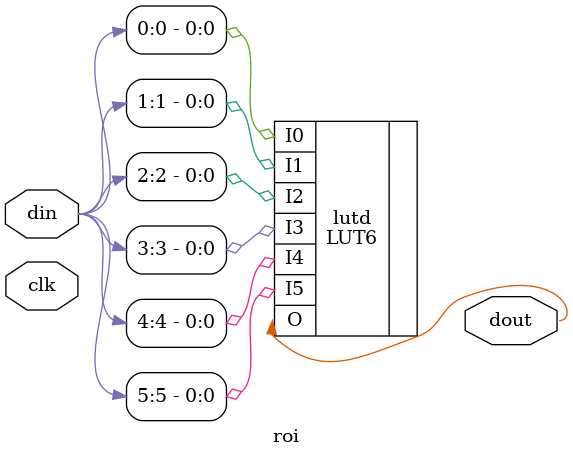
<source format=v>
module top(input clk, stb, di, output do);
	localparam integer DIN_N = 6;
	localparam integer DOUT_N = 1;

	reg [DIN_N-1:0] din;
	wire [DOUT_N-1:0] dout;

	reg [DIN_N-1:0] din_shr;
	reg [DOUT_N-1:0] dout_shr;

	always @(posedge clk) begin
		din_shr <= {din_shr, di};
		dout_shr <= {dout_shr, din_shr[DIN_N-1]};
		if (stb) begin
			din <= din_shr;
			dout_shr <= dout;
		end
	end

	assign do = dout_shr[DOUT_N-1];

	roi roi (
		.clk(clk),
		.din(din),
		.dout(dout)
	);
endmodule

module roi(input clk, input [5:0] din, output [0:0] dout);
    (* LOC="SLICE_X12Y102", BEL="A6LUT", KEEP, DONT_TOUCH *)
    LUT6 #(
        .INIT(64'h8000_DEAD_0000_0001)
    ) lutd (
        .I0(din[0]),
        .I1(din[1]),
        .I2(din[2]),
        .I3(din[3]),
        .I4(din[4]),
        .I5(din[5]),
        .O(dout[0]));
endmodule


</source>
